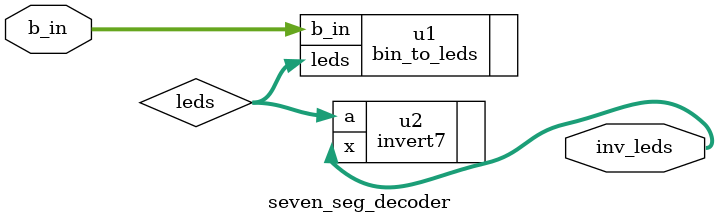
<source format=v>
`timescale 1ns / 1ps

module seven_seg_decoder(
    input [3:0] b_in,
    output [6:0] inv_leds
    );
    
    wire [6:0] leds;

    bin_to_leds u1 (.b_in(b_in), .leds(leds));
    invert7 u2 (.a(leds), .x(inv_leds));
endmodule



</source>
